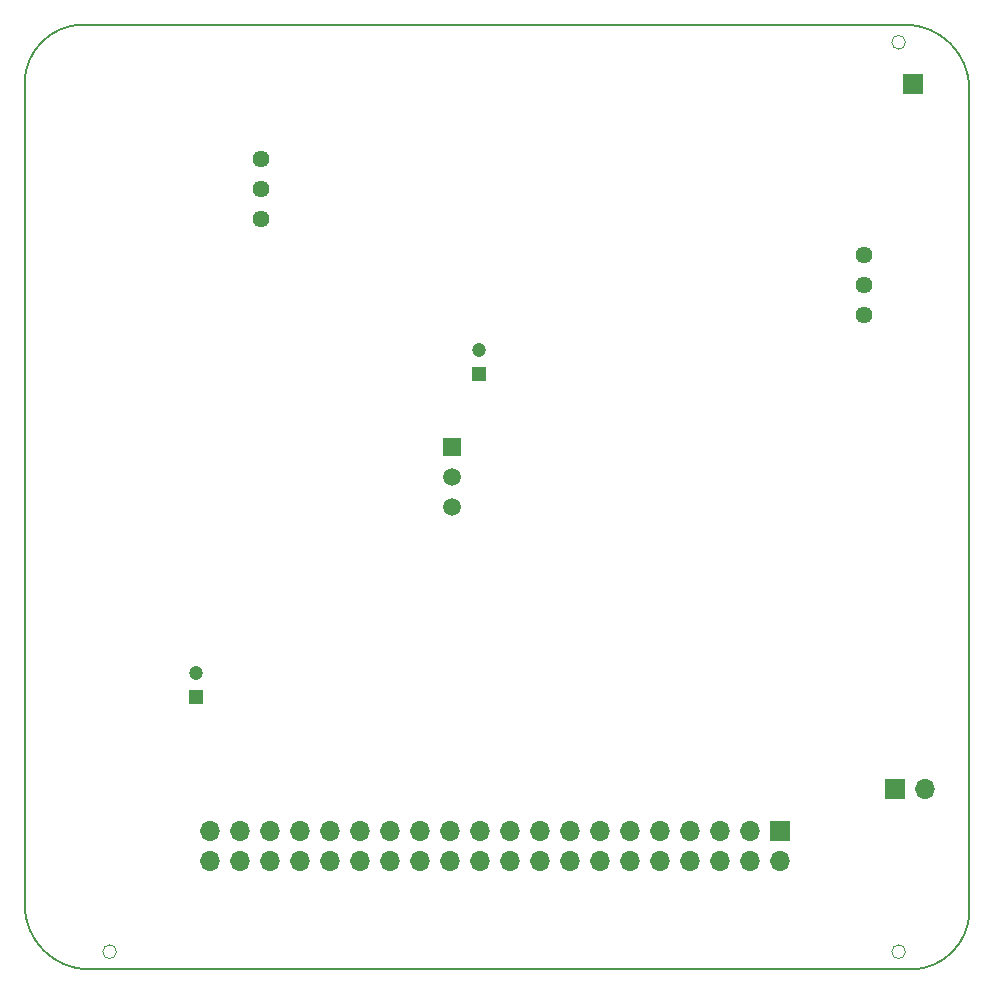
<source format=gbr>
G04 #@! TF.GenerationSoftware,KiCad,Pcbnew,7.0.9*
G04 #@! TF.CreationDate,2023-12-12T08:42:42-08:00*
G04 #@! TF.ProjectId,z5524,7a353532-342e-46b6-9963-61645f706362,rev?*
G04 #@! TF.SameCoordinates,PX3d83120PY6590fa0*
G04 #@! TF.FileFunction,Soldermask,Bot*
G04 #@! TF.FilePolarity,Negative*
%FSLAX46Y46*%
G04 Gerber Fmt 4.6, Leading zero omitted, Abs format (unit mm)*
G04 Created by KiCad (PCBNEW 7.0.9) date 2023-12-12 08:42:42*
%MOMM*%
%LPD*%
G01*
G04 APERTURE LIST*
%ADD10R,1.700000X1.700000*%
%ADD11O,1.700000X1.700000*%
%ADD12R,1.500000X1.500000*%
%ADD13C,1.500000*%
%ADD14R,1.200000X1.200000*%
%ADD15C,1.200000*%
%ADD16C,1.440000*%
G04 #@! TA.AperFunction,Profile*
%ADD17C,0.150000*%
G04 #@! TD*
G04 #@! TA.AperFunction,Profile*
%ADD18C,0.050000*%
G04 #@! TD*
G04 APERTURE END LIST*
D10*
X64860000Y13300000D03*
D11*
X64860000Y10760000D03*
X62320000Y13300000D03*
X62320000Y10760000D03*
X59780000Y13300000D03*
X59780000Y10760000D03*
X57240000Y13300000D03*
X57240000Y10760000D03*
X54700000Y13300000D03*
X54700000Y10760000D03*
X52160000Y13300000D03*
X52160000Y10760000D03*
X49620000Y13300000D03*
X49620000Y10760000D03*
X47080000Y13300000D03*
X47080000Y10760000D03*
X44540000Y13300000D03*
X44540000Y10760000D03*
X42000000Y13300000D03*
X42000000Y10760000D03*
X39460000Y13300000D03*
X39460000Y10760000D03*
X36920000Y13300000D03*
X36920000Y10760000D03*
X34380000Y13300000D03*
X34380000Y10760000D03*
X31840000Y13300000D03*
X31840000Y10760000D03*
X29300000Y13300000D03*
X29300000Y10760000D03*
X26760000Y13300000D03*
X26760000Y10760000D03*
X24220000Y13300000D03*
X24220000Y10760000D03*
X21680000Y13300000D03*
X21680000Y10760000D03*
X19140000Y13300000D03*
X19140000Y10760000D03*
X16600000Y13300000D03*
X16600000Y10760000D03*
D10*
X74575000Y16850000D03*
D11*
X77115000Y16850000D03*
D12*
X37100000Y45840000D03*
D13*
X37100000Y43300000D03*
X37100000Y40760000D03*
D14*
X39400000Y52027400D03*
D15*
X39400000Y54027400D03*
D14*
X15400000Y24700000D03*
D15*
X15400000Y26700000D03*
D16*
X72000000Y62050000D03*
X72000000Y59510000D03*
X72000000Y56970000D03*
X20900000Y70200000D03*
X20900000Y67660000D03*
X20900000Y65120000D03*
D10*
X76100000Y76600000D03*
D17*
X900000Y7100000D02*
G75*
G03*
X6400000Y1600000I5500000J0D01*
G01*
X75900000Y1600000D02*
G75*
G03*
X80900000Y6600000I0J5000000D01*
G01*
X75900000Y1600000D02*
X6400000Y1600000D01*
X5900000Y81600000D02*
G75*
G03*
X900000Y76600000I0J-5000000D01*
G01*
X80900000Y76100000D02*
G75*
G03*
X75400000Y81600000I-5500000J0D01*
G01*
X5900000Y81600000D02*
X75400000Y81600000D01*
X80900000Y6600000D02*
X80900000Y76100000D01*
X900000Y76600000D02*
X900000Y7100000D01*
D18*
X8676000Y3100000D02*
G75*
G03*
X8676000Y3100000I-576000J0D01*
G01*
X75476000Y80100000D02*
G75*
G03*
X75476000Y80100000I-576000J0D01*
G01*
X75476000Y3100000D02*
G75*
G03*
X75476000Y3100000I-576000J0D01*
G01*
M02*

</source>
